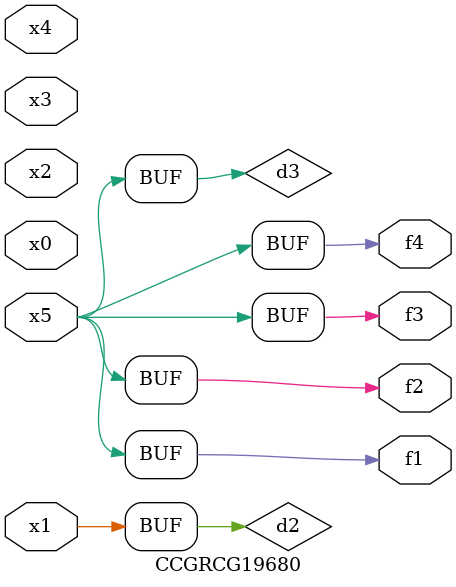
<source format=v>
module CCGRCG19680(
	input x0, x1, x2, x3, x4, x5,
	output f1, f2, f3, f4
);

	wire d1, d2, d3;

	not (d1, x5);
	or (d2, x1);
	xnor (d3, d1);
	assign f1 = d3;
	assign f2 = d3;
	assign f3 = d3;
	assign f4 = d3;
endmodule

</source>
